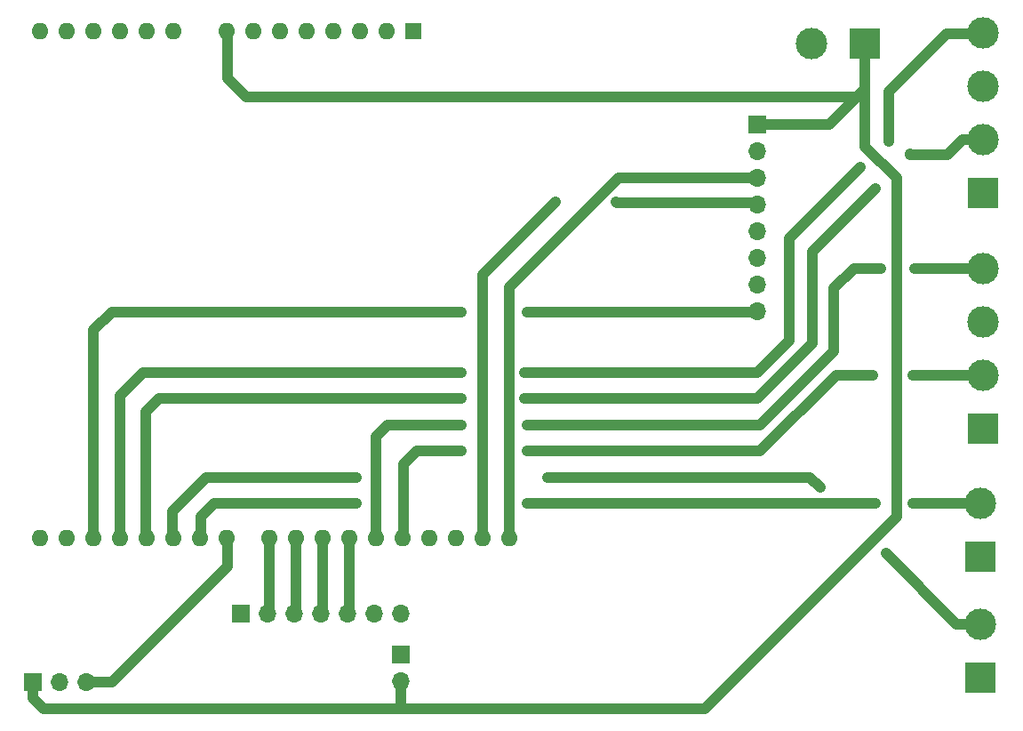
<source format=gbr>
%TF.GenerationSoftware,KiCad,Pcbnew,7.0.1*%
%TF.CreationDate,2024-04-24T16:11:52-07:00*%
%TF.ProjectId,Senior Design,53656e69-6f72-4204-9465-7369676e2e6b,rev?*%
%TF.SameCoordinates,Original*%
%TF.FileFunction,Copper,L1,Top*%
%TF.FilePolarity,Positive*%
%FSLAX46Y46*%
G04 Gerber Fmt 4.6, Leading zero omitted, Abs format (unit mm)*
G04 Created by KiCad (PCBNEW 7.0.1) date 2024-04-24 16:11:52*
%MOMM*%
%LPD*%
G01*
G04 APERTURE LIST*
%TA.AperFunction,ComponentPad*%
%ADD10R,1.700000X1.700000*%
%TD*%
%TA.AperFunction,ComponentPad*%
%ADD11O,1.700000X1.700000*%
%TD*%
%TA.AperFunction,ComponentPad*%
%ADD12R,3.000000X3.000000*%
%TD*%
%TA.AperFunction,ComponentPad*%
%ADD13C,3.000000*%
%TD*%
%TA.AperFunction,ComponentPad*%
%ADD14R,1.600000X1.600000*%
%TD*%
%TA.AperFunction,ComponentPad*%
%ADD15O,1.600000X1.600000*%
%TD*%
%TA.AperFunction,ViaPad*%
%ADD16C,0.800000*%
%TD*%
%TA.AperFunction,Conductor*%
%ADD17C,1.000000*%
%TD*%
G04 APERTURE END LIST*
D10*
%TO.P,J9,1,Pin_1*%
%TO.N,unconnected-(J9-Pin_1-Pad1)*%
X159550000Y-82000000D03*
D11*
%TO.P,J9,2,Pin_2*%
%TO.N,Thro*%
X162090000Y-82000000D03*
%TO.P,J9,3,Pin_3*%
%TO.N,AILE*%
X164630000Y-82000000D03*
%TO.P,J9,4,Pin_4*%
%TO.N,ELEV*%
X167170000Y-82000000D03*
%TO.P,J9,5,Pin_5*%
%TO.N,RUDD*%
X169710000Y-82000000D03*
%TO.P,J9,6,Pin_6*%
%TO.N,unconnected-(J9-Pin_6-Pad6)*%
X172250000Y-82000000D03*
%TO.P,J9,7,Pin_7*%
%TO.N,unconnected-(J9-Pin_7-Pad7)*%
X174790000Y-82000000D03*
%TD*%
D10*
%TO.P,J4,1,Pin_1*%
%TO.N,Right Aux*%
X139750000Y-88500000D03*
D11*
%TO.P,J4,2,Pin_2*%
%TO.N,Dir -L*%
X142290000Y-88500000D03*
%TO.P,J4,3,Pin_3*%
%TO.N,WP Sig*%
X144830000Y-88500000D03*
%TD*%
D12*
%TO.P,J2,1,Pin_1*%
%TO.N,Dir -L*%
X230000000Y-88040000D03*
D13*
%TO.P,J2,2,Pin_2*%
%TO.N,ESC L*%
X230000000Y-82960000D03*
%TD*%
D12*
%TO.P,J5,1,Pin_1*%
%TO.N,Dir -L*%
X230250000Y-64330000D03*
D13*
%TO.P,J5,2,Pin_2*%
%TO.N,Pul +R*%
X230250000Y-59250000D03*
%TO.P,J5,3,Pin_3*%
%TO.N,Dir -L*%
X230250000Y-54170000D03*
%TO.P,J5,4,Pin_4*%
%TO.N,Dir +R*%
X230250000Y-49090000D03*
%TD*%
D12*
%TO.P,J7,1,Pin_1*%
%TO.N,Dir -L*%
X230000000Y-76580000D03*
D13*
%TO.P,J7,2,Pin_2*%
%TO.N,ESC R*%
X230000000Y-71500000D03*
%TD*%
D10*
%TO.P,J10,1,Pin_1*%
%TO.N,Dir -L*%
X174750000Y-85890000D03*
D11*
%TO.P,J10,2,Pin_2*%
%TO.N,Right Aux*%
X174750000Y-88430000D03*
%TD*%
D10*
%TO.P,J8,1,Pin_1*%
%TO.N,Right Aux*%
X208750000Y-35420000D03*
D11*
%TO.P,J8,2,Pin_2*%
%TO.N,Dir -L*%
X208750000Y-37960000D03*
%TO.P,J8,3,Pin_3*%
%TO.N,SCL*%
X208750000Y-40500000D03*
%TO.P,J8,4,Pin_4*%
%TO.N,SDA*%
X208750000Y-43040000D03*
%TO.P,J8,5,Pin_5*%
%TO.N,unconnected-(J8-Pin_5-Pad5)*%
X208750000Y-45580000D03*
%TO.P,J8,6,Pin_6*%
%TO.N,unconnected-(J8-Pin_6-Pad6)*%
X208750000Y-48120000D03*
%TO.P,J8,7,Pin_7*%
%TO.N,unconnected-(J8-Pin_7-Pad7)*%
X208750000Y-50660000D03*
%TO.P,J8,8,Pin_8*%
%TO.N,INT*%
X208750000Y-53200000D03*
%TD*%
D12*
%TO.P,J1,1,Pin_1*%
%TO.N,Right Aux*%
X219000000Y-27750000D03*
D13*
%TO.P,J1,2,Pin_2*%
%TO.N,Dir -L*%
X213920000Y-27750000D03*
%TD*%
D12*
%TO.P,J6,1,Pin_1*%
%TO.N,Dir -L*%
X230250000Y-41910000D03*
D13*
%TO.P,J6,2,Pin_2*%
%TO.N,Pul +L*%
X230250000Y-36830000D03*
%TO.P,J6,3,Pin_3*%
%TO.N,Dir -L*%
X230250000Y-31750000D03*
%TO.P,J6,4,Pin_4*%
%TO.N,Dir +L*%
X230250000Y-26670000D03*
%TD*%
D14*
%TO.P,A1,1,NC*%
%TO.N,unconnected-(A1-NC-Pad1)*%
X175950000Y-26500000D03*
D15*
%TO.P,A1,2,IOREF*%
%TO.N,unconnected-(A1-IOREF-Pad2)*%
X173410000Y-26500000D03*
%TO.P,A1,3,~{RESET}*%
%TO.N,unconnected-(A1-~{RESET}-Pad3)*%
X170870000Y-26500000D03*
%TO.P,A1,4,3V3*%
%TO.N,unconnected-(A1-3V3-Pad4)*%
X168330000Y-26500000D03*
%TO.P,A1,5,+5V*%
%TO.N,unconnected-(A1-+5V-Pad5)*%
X165790000Y-26500000D03*
%TO.P,A1,6,GND*%
%TO.N,Dir -L*%
X163250000Y-26500000D03*
%TO.P,A1,7,GND*%
X160710000Y-26500000D03*
%TO.P,A1,8,VIN*%
%TO.N,Right Aux*%
X158170000Y-26500000D03*
%TO.P,A1,9,A0*%
%TO.N,unconnected-(A1-A0-Pad9)*%
X153090000Y-26500000D03*
%TO.P,A1,10,A1*%
%TO.N,unconnected-(A1-A1-Pad10)*%
X150550000Y-26500000D03*
%TO.P,A1,11,A2*%
%TO.N,unconnected-(A1-A2-Pad11)*%
X148010000Y-26500000D03*
%TO.P,A1,12,A3*%
%TO.N,unconnected-(A1-A3-Pad12)*%
X145470000Y-26500000D03*
%TO.P,A1,13,SDA/A4*%
%TO.N,unconnected-(A1-SDA{slash}A4-Pad13)*%
X142930000Y-26500000D03*
%TO.P,A1,14,SCL/A5*%
%TO.N,unconnected-(A1-SCL{slash}A5-Pad14)*%
X140390000Y-26500000D03*
%TO.P,A1,15,D0/RX*%
%TO.N,unconnected-(A1-D0{slash}RX-Pad15)*%
X140390000Y-74760000D03*
%TO.P,A1,16,D1/TX*%
%TO.N,unconnected-(A1-D1{slash}TX-Pad16)*%
X142930000Y-74760000D03*
%TO.P,A1,17,D2*%
%TO.N,INT*%
X145470000Y-74760000D03*
%TO.P,A1,18,D3*%
%TO.N,Dir +L*%
X148010000Y-74760000D03*
%TO.P,A1,19,D4*%
%TO.N,Pul +L*%
X150550000Y-74760000D03*
%TO.P,A1,20,D5*%
%TO.N,ESC L*%
X153090000Y-74760000D03*
%TO.P,A1,21,D6*%
%TO.N,ESC R*%
X155630000Y-74760000D03*
%TO.P,A1,22,D7*%
%TO.N,WP Sig*%
X158170000Y-74760000D03*
%TO.P,A1,23,D8*%
%TO.N,Thro*%
X162230000Y-74760000D03*
%TO.P,A1,24,D9*%
%TO.N,AILE*%
X164770000Y-74760000D03*
%TO.P,A1,25,D10*%
%TO.N,ELEV*%
X167310000Y-74760000D03*
%TO.P,A1,26,D11*%
%TO.N,RUDD*%
X169850000Y-74760000D03*
%TO.P,A1,27,D12*%
%TO.N,Dir +R*%
X172390000Y-74760000D03*
%TO.P,A1,28,D13*%
%TO.N,Pul +R*%
X174930000Y-74760000D03*
%TO.P,A1,29,GND*%
%TO.N,Dir -L*%
X177470000Y-74760000D03*
%TO.P,A1,30,AREF*%
%TO.N,unconnected-(A1-AREF-Pad30)*%
X180010000Y-74760000D03*
%TO.P,A1,31,SDA/A4*%
%TO.N,SDA*%
X182550000Y-74760000D03*
%TO.P,A1,32,SCL/A5*%
%TO.N,SCL*%
X185090000Y-74760000D03*
%TD*%
D16*
%TO.N,Dir +R*%
X223660000Y-49090000D03*
X180500000Y-64000000D03*
X220500000Y-49090000D03*
X186750000Y-64000000D03*
%TO.N,Pul +R*%
X180500000Y-66500000D03*
X186750000Y-66500000D03*
X223500000Y-59250000D03*
X219750000Y-59250000D03*
%TO.N,INT*%
X180500000Y-53250000D03*
X186750000Y-53250000D03*
%TO.N,ESC L*%
X170500000Y-69000000D03*
X221000000Y-76250000D03*
X214750000Y-70000000D03*
X188750000Y-69000000D03*
%TO.N,ESC R*%
X186750000Y-71500000D03*
X223500000Y-71500000D03*
X220000000Y-71500000D03*
X170500000Y-71500000D03*
%TO.N,Dir +L*%
X221250000Y-37000000D03*
X180500000Y-59000000D03*
X218500000Y-39500000D03*
X186500000Y-59000000D03*
%TO.N,SDA*%
X195250000Y-42750000D03*
X189500000Y-42750000D03*
%TO.N,Pul +L*%
X220000000Y-41500000D03*
X186500000Y-61500000D03*
X180500000Y-61500000D03*
X223250000Y-38250000D03*
%TD*%
D17*
%TO.N,Right Aux*%
X203750000Y-91000000D02*
X222000000Y-72750000D01*
X160000000Y-32750000D02*
X158250000Y-31000000D01*
X140750000Y-91000000D02*
X139750000Y-90000000D01*
X175000000Y-91000000D02*
X203750000Y-91000000D01*
X218250000Y-32750000D02*
X160000000Y-32750000D01*
X175000000Y-91000000D02*
X140750000Y-91000000D01*
X158250000Y-26580000D02*
X158170000Y-26500000D01*
X208750000Y-35420000D02*
X215580000Y-35420000D01*
X222000000Y-40500000D02*
X219000000Y-37500000D01*
X215580000Y-35420000D02*
X219000000Y-32000000D01*
X158250000Y-31000000D02*
X158250000Y-26580000D01*
X219000000Y-32000000D02*
X218250000Y-32750000D01*
X222000000Y-72750000D02*
X222000000Y-40500000D01*
X219000000Y-37500000D02*
X219000000Y-32000000D01*
X219000000Y-32000000D02*
X219000000Y-29000000D01*
X174750000Y-88430000D02*
X174750000Y-90750000D01*
X139750000Y-90000000D02*
X139750000Y-88500000D01*
X174750000Y-90750000D02*
X175000000Y-91000000D01*
%TO.N,Dir +R*%
X172390000Y-74760000D02*
X172390000Y-65110000D01*
X223660000Y-49090000D02*
X230250000Y-49090000D01*
X216000000Y-57000000D02*
X209000000Y-64000000D01*
X209000000Y-64000000D02*
X186750000Y-64000000D01*
X173500000Y-64000000D02*
X180500000Y-64000000D01*
X172390000Y-65110000D02*
X173500000Y-64000000D01*
X220500000Y-49090000D02*
X217910000Y-49090000D01*
X217910000Y-49090000D02*
X216000000Y-51000000D01*
X216000000Y-51000000D02*
X216000000Y-57000000D01*
%TO.N,Pul +R*%
X186750000Y-66500000D02*
X209000000Y-66500000D01*
X209000000Y-66500000D02*
X216250000Y-59250000D01*
X175000000Y-67750000D02*
X175000000Y-74690000D01*
X175000000Y-74690000D02*
X174930000Y-74760000D01*
X176250000Y-66500000D02*
X175000000Y-67750000D01*
X223500000Y-59250000D02*
X230250000Y-59250000D01*
X180500000Y-66500000D02*
X176250000Y-66500000D01*
X216250000Y-59250000D02*
X219750000Y-59250000D01*
%TO.N,INT*%
X147250000Y-53250000D02*
X180500000Y-53250000D01*
X147250000Y-53250000D02*
X145500000Y-55000000D01*
X208700000Y-53250000D02*
X208750000Y-53200000D01*
X186750000Y-53250000D02*
X208700000Y-53250000D01*
X145500000Y-55000000D02*
X145500000Y-74730000D01*
X145500000Y-74730000D02*
X145470000Y-74760000D01*
%TO.N,ESC L*%
X227710000Y-82960000D02*
X230000000Y-82960000D01*
X153000000Y-72250000D02*
X153000000Y-74670000D01*
X170500000Y-69000000D02*
X156250000Y-69000000D01*
X214750000Y-70000000D02*
X213750000Y-69000000D01*
X221000000Y-76250000D02*
X227710000Y-82960000D01*
X153000000Y-74670000D02*
X153090000Y-74760000D01*
X188750000Y-69000000D02*
X213750000Y-69000000D01*
X156250000Y-69000000D02*
X153000000Y-72250000D01*
%TO.N,ESC R*%
X170500000Y-71500000D02*
X157000000Y-71500000D01*
X220000000Y-71500000D02*
X186750000Y-71500000D01*
X155750000Y-74640000D02*
X155630000Y-74760000D01*
X157000000Y-71500000D02*
X155750000Y-72750000D01*
X230000000Y-71500000D02*
X223500000Y-71500000D01*
X155750000Y-72750000D02*
X155750000Y-74640000D01*
%TO.N,WP Sig*%
X158250000Y-77500000D02*
X158250000Y-74840000D01*
X158250000Y-74840000D02*
X158170000Y-74760000D01*
X147250000Y-88500000D02*
X158250000Y-77500000D01*
X144830000Y-88500000D02*
X147250000Y-88500000D01*
%TO.N,Thro*%
X162230000Y-81860000D02*
X162090000Y-82000000D01*
X162230000Y-74760000D02*
X162230000Y-81860000D01*
%TO.N,AILE*%
X164770000Y-74760000D02*
X164770000Y-81860000D01*
X164770000Y-81860000D02*
X164630000Y-82000000D01*
%TO.N,ELEV*%
X167310000Y-81860000D02*
X167170000Y-82000000D01*
X167310000Y-74760000D02*
X167310000Y-81860000D01*
%TO.N,RUDD*%
X169850000Y-81860000D02*
X169710000Y-82000000D01*
X169850000Y-74760000D02*
X169850000Y-81860000D01*
%TO.N,Dir +L*%
X148000000Y-61250000D02*
X148000000Y-74750000D01*
X226750000Y-26750000D02*
X230170000Y-26750000D01*
X180500000Y-59000000D02*
X150250000Y-59000000D01*
X148000000Y-74750000D02*
X148010000Y-74760000D01*
X211750000Y-46250000D02*
X218500000Y-39500000D01*
X221250000Y-37000000D02*
X221250000Y-32250000D01*
X230170000Y-26750000D02*
X230250000Y-26670000D01*
X150250000Y-59000000D02*
X148000000Y-61250000D01*
X186500000Y-59000000D02*
X208750000Y-59000000D01*
X211750000Y-56000000D02*
X211750000Y-46250000D01*
X221250000Y-32250000D02*
X226750000Y-26750000D01*
X208750000Y-59000000D02*
X211750000Y-56000000D01*
%TO.N,SDA*%
X195250000Y-42750000D02*
X195348528Y-42848528D01*
X182550000Y-49700000D02*
X189500000Y-42750000D01*
X182550000Y-74760000D02*
X182550000Y-49700000D01*
X208558528Y-42848528D02*
X208750000Y-43040000D01*
X195348528Y-42848528D02*
X208558528Y-42848528D01*
%TO.N,SCL*%
X185090000Y-74760000D02*
X185090000Y-50910000D01*
X195500000Y-40500000D02*
X208750000Y-40500000D01*
X185090000Y-50910000D02*
X195500000Y-40500000D01*
%TO.N,Pul +L*%
X150500000Y-74710000D02*
X150500000Y-62750000D01*
X214000000Y-47500000D02*
X220000000Y-41500000D01*
X223250000Y-38250000D02*
X223300000Y-38300000D01*
X150500000Y-62750000D02*
X151750000Y-61500000D01*
X186500000Y-61500000D02*
X208750000Y-61500000D01*
X214000000Y-56250000D02*
X214000000Y-47500000D01*
X226800000Y-38300000D02*
X228270000Y-36830000D01*
X151750000Y-61500000D02*
X180500000Y-61500000D01*
X228270000Y-36830000D02*
X230250000Y-36830000D01*
X208750000Y-61500000D02*
X214000000Y-56250000D01*
X150550000Y-74760000D02*
X150500000Y-74710000D01*
X223300000Y-38300000D02*
X226800000Y-38300000D01*
%TD*%
M02*

</source>
